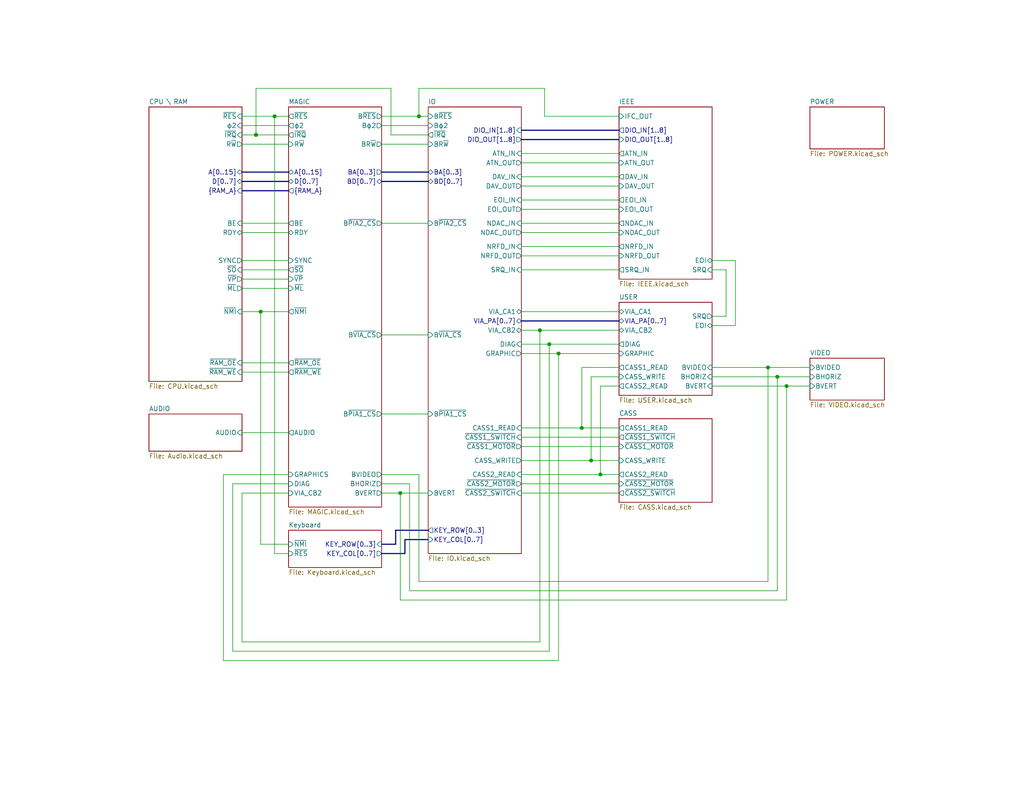
<source format=kicad_sch>
(kicad_sch (version 20211123) (generator eeschema)
  (paper "A")
  (title_block (title "CBM PET Mainboard Replacement"))
  (lib_symbols)
  (junction (at 114.3 31.75))
  (junction (at 209.55 100.33))
  (junction (at 109.22 134.62))
  (junction (at 74.93 31.75))
  (junction (at 212.09 102.87))
  (junction (at 163.83 129.54))
  (junction (at 152.4 96.52))
  (junction (at 161.29 125.73))
  (junction (at 214.63 105.41))
  (junction (at 147.32 90.17))
  (junction (at 158.75 116.84))
  (junction (at 71.12 85.09))
  (junction (at 69.85 36.83))
  (junction (at 149.86 93.98))
  (wire (pts (xy 152.4 180.34) (xy 60.96 180.34)))
  (wire (pts (xy 149.86 177.8) (xy 63.5 177.8)))
  (wire (pts (xy 158.75 116.84) (xy 168.91 116.84)))
  (wire (pts (xy 142.24 129.54) (xy 163.83 129.54)))
  (wire (pts (xy 104.14 113.03) (xy 116.84 113.03)))
  (wire (pts (xy 66.04 71.12) (xy 78.74 71.12)))
  (wire (pts (xy 66.04 34.29) (xy 78.74 34.29)))
  (wire (pts (xy 168.91 57.15) (xy 142.24 57.15)))
  (wire (pts (xy 142.24 85.09) (xy 168.91 85.09)))
  (wire (pts (xy 148.59 31.75) (xy 168.91 31.75)))
  (wire (pts (xy 142.24 41.91) (xy 168.91 41.91)))
  (wire (pts (xy 66.04 39.37) (xy 78.74 39.37)))
  (wire (pts (xy 194.31 100.33) (xy 209.55 100.33)))
  (wire (pts (xy 158.75 100.33) (xy 158.75 116.84)))
  (wire (pts (xy 147.32 90.17) (xy 147.32 175.26)))
  (wire (pts (xy 66.04 73.66) (xy 78.74 73.66)))
  (wire (pts (xy 142.24 67.31) (xy 168.91 67.31)))
  (wire (pts (xy 214.63 105.41) (xy 214.63 163.83)))
  (bus (pts (xy 104.14 49.53) (xy 116.84 49.53)))
  (wire (pts (xy 66.04 36.83) (xy 69.85 36.83)))
  (wire (pts (xy 104.14 91.44) (xy 116.84 91.44)))
  (wire (pts (xy 116.84 36.83) (xy 106.68 36.83)))
  (wire (pts (xy 142.24 134.62) (xy 168.91 134.62)))
  (bus (pts (xy 110.49 151.13) (xy 110.49 147.32)))
  (wire (pts (xy 69.85 36.83) (xy 78.74 36.83)))
  (wire (pts (xy 71.12 148.59) (xy 71.12 85.09)))
  (wire (pts (xy 194.31 105.41) (xy 214.63 105.41)))
  (wire (pts (xy 109.22 163.83) (xy 109.22 134.62)))
  (wire (pts (xy 74.93 31.75) (xy 74.93 151.13)))
  (wire (pts (xy 198.12 73.66) (xy 194.31 73.66)))
  (wire (pts (xy 142.24 93.98) (xy 149.86 93.98)))
  (wire (pts (xy 168.91 102.87) (xy 161.29 102.87)))
  (wire (pts (xy 74.93 31.75) (xy 78.74 31.75)))
  (wire (pts (xy 60.96 129.54) (xy 78.74 129.54)))
  (wire (pts (xy 63.5 132.08) (xy 78.74 132.08)))
  (wire (pts (xy 66.04 76.2) (xy 78.74 76.2)))
  (wire (pts (xy 66.04 60.96) (xy 78.74 60.96)))
  (wire (pts (xy 104.14 60.96) (xy 116.84 60.96)))
  (wire (pts (xy 198.12 86.36) (xy 198.12 73.66)))
  (wire (pts (xy 74.93 151.13) (xy 78.74 151.13)))
  (wire (pts (xy 66.04 175.26) (xy 66.04 134.62)))
  (wire (pts (xy 104.14 134.62) (xy 109.22 134.62)))
  (wire (pts (xy 200.66 88.9) (xy 194.31 88.9)))
  (wire (pts (xy 142.24 60.96) (xy 168.91 60.96)))
  (wire (pts (xy 200.66 71.12) (xy 200.66 88.9)))
  (wire (pts (xy 142.24 125.73) (xy 161.29 125.73)))
  (wire (pts (xy 209.55 100.33) (xy 220.98 100.33)))
  (wire (pts (xy 163.83 105.41) (xy 163.83 129.54)))
  (wire (pts (xy 148.59 24.13) (xy 148.59 31.75)))
  (wire (pts (xy 194.31 102.87) (xy 212.09 102.87)))
  (bus (pts (xy 142.24 87.63) (xy 168.91 87.63)))
  (bus (pts (xy 104.14 151.13) (xy 110.49 151.13)))
  (bus (pts (xy 104.14 148.59) (xy 107.95 148.59)))
  (wire (pts (xy 66.04 78.74) (xy 78.74 78.74)))
  (bus (pts (xy 107.95 144.78) (xy 116.84 144.78)))
  (wire (pts (xy 161.29 102.87) (xy 161.29 125.73)))
  (bus (pts (xy 107.95 148.59) (xy 107.95 144.78)))
  (wire (pts (xy 168.91 125.73) (xy 161.29 125.73)))
  (wire (pts (xy 63.5 177.8) (xy 63.5 132.08)))
  (wire (pts (xy 78.74 148.59) (xy 71.12 148.59)))
  (wire (pts (xy 212.09 102.87) (xy 220.98 102.87)))
  (wire (pts (xy 114.3 31.75) (xy 116.84 31.75)))
  (wire (pts (xy 163.83 129.54) (xy 168.91 129.54)))
  (wire (pts (xy 168.91 105.41) (xy 163.83 105.41)))
  (wire (pts (xy 60.96 180.34) (xy 60.96 129.54)))
  (wire (pts (xy 149.86 93.98) (xy 168.91 93.98)))
  (wire (pts (xy 66.04 31.75) (xy 74.93 31.75)))
  (bus (pts (xy 66.04 49.53) (xy 78.74 49.53)))
  (wire (pts (xy 147.32 175.26) (xy 66.04 175.26)))
  (wire (pts (xy 168.91 69.85) (xy 142.24 69.85)))
  (wire (pts (xy 214.63 105.41) (xy 220.98 105.41)))
  (wire (pts (xy 168.91 96.52) (xy 152.4 96.52)))
  (bus (pts (xy 66.04 46.99) (xy 78.74 46.99)))
  (wire (pts (xy 152.4 96.52) (xy 142.24 96.52)))
  (wire (pts (xy 114.3 24.13) (xy 148.59 24.13)))
  (wire (pts (xy 147.32 90.17) (xy 168.91 90.17)))
  (wire (pts (xy 104.14 34.29) (xy 116.84 34.29)))
  (wire (pts (xy 168.91 63.5) (xy 142.24 63.5)))
  (wire (pts (xy 168.91 119.38) (xy 142.24 119.38)))
  (wire (pts (xy 209.55 158.75) (xy 114.3 158.75)))
  (wire (pts (xy 168.91 44.45) (xy 142.24 44.45)))
  (wire (pts (xy 66.04 85.09) (xy 71.12 85.09)))
  (wire (pts (xy 66.04 101.6) (xy 78.74 101.6)))
  (wire (pts (xy 142.24 50.8) (xy 168.91 50.8)))
  (wire (pts (xy 168.91 100.33) (xy 158.75 100.33)))
  (wire (pts (xy 168.91 132.08) (xy 142.24 132.08)))
  (wire (pts (xy 66.04 63.5) (xy 78.74 63.5)))
  (wire (pts (xy 209.55 100.33) (xy 209.55 158.75)))
  (bus (pts (xy 142.24 38.1) (xy 168.91 38.1)))
  (wire (pts (xy 212.09 102.87) (xy 212.09 161.29)))
  (wire (pts (xy 114.3 129.54) (xy 104.14 129.54)))
  (wire (pts (xy 194.31 86.36) (xy 198.12 86.36)))
  (bus (pts (xy 110.49 147.32) (xy 116.84 147.32)))
  (wire (pts (xy 142.24 116.84) (xy 158.75 116.84)))
  (bus (pts (xy 142.24 35.56) (xy 168.91 35.56)))
  (wire (pts (xy 212.09 161.29) (xy 111.76 161.29)))
  (wire (pts (xy 114.3 158.75) (xy 114.3 129.54)))
  (wire (pts (xy 142.24 73.66) (xy 168.91 73.66)))
  (wire (pts (xy 104.14 132.08) (xy 111.76 132.08)))
  (wire (pts (xy 114.3 31.75) (xy 114.3 24.13)))
  (wire (pts (xy 142.24 121.92) (xy 168.91 121.92)))
  (wire (pts (xy 104.14 31.75) (xy 114.3 31.75)))
  (bus (pts (xy 66.04 52.07) (xy 78.74 52.07)))
  (wire (pts (xy 106.68 24.13) (xy 69.85 24.13)))
  (bus (pts (xy 104.14 46.99) (xy 116.84 46.99)))
  (wire (pts (xy 66.04 134.62) (xy 78.74 134.62)))
  (wire (pts (xy 142.24 90.17) (xy 147.32 90.17)))
  (wire (pts (xy 152.4 96.52) (xy 152.4 180.34)))
  (wire (pts (xy 142.24 54.61) (xy 168.91 54.61)))
  (wire (pts (xy 66.04 118.11) (xy 78.74 118.11)))
  (wire (pts (xy 111.76 161.29) (xy 111.76 132.08)))
  (wire (pts (xy 194.31 71.12) (xy 200.66 71.12)))
  (wire (pts (xy 214.63 163.83) (xy 109.22 163.83)))
  (wire (pts (xy 109.22 134.62) (xy 116.84 134.62)))
  (wire (pts (xy 104.14 39.37) (xy 116.84 39.37)))
  (wire (pts (xy 66.04 99.06) (xy 78.74 99.06)))
  (wire (pts (xy 71.12 85.09) (xy 78.74 85.09)))
  (wire (pts (xy 142.24 48.26) (xy 168.91 48.26)))
  (wire (pts (xy 149.86 93.98) (xy 149.86 177.8)))
  (wire (pts (xy 106.68 36.83) (xy 106.68 24.13)))
  (wire (pts (xy 69.85 24.13) (xy 69.85 36.83)))
  (sheet (at 40.64 29.21) (size 25.4 74.93)
    (property "Sheet name" "CPU \\ RAM" (at 40.64 28.4984 0) (effects (justify left bottom)))
    (property "Sheet file" "CPU.kicad_sch" (at 40.64 104.7246 0) (effects (justify left top)))
    (pin "SYNC" output (at 66.04 71.12 0))
    (pin "BE" input (at 66.04 60.96 0))
    (pin "RDY" bidirectional (at 66.04 63.5 0))
    (pin "~{NMI}" input (at 66.04 85.09 0))
    (pin "~{IRQ}" input (at 66.04 36.83 0))
    (pin "R~{W}" output (at 66.04 39.37 0))
    (pin "ϕ2" input (at 66.04 34.29 0))
    (pin "~{RES}" input (at 66.04 31.75 0))
    (pin "D[0..7]" bidirectional (at 66.04 49.53 0))
    (pin "~{RAM_OE}" input (at 66.04 99.06 0))
    (pin "~{RAM_WE}" input (at 66.04 101.6 0))
    (pin "~{SO}" input (at 66.04 73.66 0))
    (pin "~{VP}" output (at 66.04 76.2 0))
    (pin "~{ML}" output (at 66.04 78.74 0))
    (pin "A[0..15]" bidirectional (at 66.04 46.99 0))
    (pin "{RAM_A}" input (at 66.04 52.07 0))
  )
  (sheet (at 168.91 29.21) (size 25.4 46.99)
    (property "Sheet name" "IEEE" (at 168.91 28.4984 0) (effects (justify left bottom)))
    (property "Sheet file" "IEEE.kicad_sch" (at 168.91 76.7846 0) (effects (justify left top)))
    (pin "DAV_IN" output (at 168.91 48.26 180))
    (pin "NRFD_IN" output (at 168.91 67.31 180))
    (pin "NDAC_IN" output (at 168.91 60.96 180))
    (pin "ATN_IN" output (at 168.91 41.91 180))
    (pin "EOI_IN" output (at 168.91 54.61 180))
    (pin "SRQ_IN" output (at 168.91 73.66 180))
    (pin "DAV_OUT" input (at 168.91 50.8 180))
    (pin "NRFD_OUT" input (at 168.91 69.85 180))
    (pin "NDAC_OUT" input (at 168.91 63.5 180))
    (pin "ATN_OUT" input (at 168.91 44.45 180))
    (pin "EOI_OUT" input (at 168.91 57.15 180))
    (pin "IFC_OUT" input (at 168.91 31.75 180))
    (pin "EOI" bidirectional (at 194.31 71.12 0))
    (pin "SRQ" input (at 194.31 73.66 0))
    (pin "DIO_OUT[1..8]" input (at 168.91 38.1 180))
    (pin "DIO_IN[1..8]" output (at 168.91 35.56 180))
  )
  (sheet (at 78.74 29.21) (size 25.4 109.22)
    (property "Sheet name" "MAGIC" (at 78.74 28.4984 0) (effects (justify left bottom)))
    (property "Sheet file" "MAGIC.kicad_sch" (at 78.74 139.0146 0) (effects (justify left top)))
    (pin "R~{W}" input (at 78.74 39.37 180))
    (pin "ϕ2" output (at 78.74 34.29 180))
    (pin "~{RES}" output (at 78.74 31.75 180))
    (pin "D[0..7]" bidirectional (at 78.74 49.53 180))
    (pin "BA[0..3]" output (at 104.14 46.99 0))
    (pin "BR~{W}" output (at 104.14 39.37 0))
    (pin "Bϕ2" output (at 104.14 34.29 0))
    (pin "B~{RES}" output (at 104.14 31.75 0))
    (pin "BD[0..7]" bidirectional (at 104.14 49.53 0))
    (pin "SYNC" input (at 78.74 71.12 180))
    (pin "BE" output (at 78.74 60.96 180))
    (pin "RDY" bidirectional (at 78.74 63.5 180))
    (pin "~{NMI}" output (at 78.74 85.09 180))
    (pin "~{IRQ}" output (at 78.74 36.83 180))
    (pin "~{RAM_OE}" output (at 78.74 99.06 180))
    (pin "~{RAM_WE}" output (at 78.74 101.6 180))
    (pin "B~{VIA_CS}" output (at 104.14 91.44 0))
    (pin "B~{PIA2_CS}" output (at 104.14 60.96 0))
    (pin "B~{PIA1_CS}" output (at 104.14 113.03 0))
    (pin "BHORIZ" output (at 104.14 132.08 0))
    (pin "BVIDEO" output (at 104.14 129.54 0))
    (pin "BVERT" output (at 104.14 134.62 0))
    (pin "AUDIO" output (at 78.74 118.11 180))
    (pin "GRAPHICS" input (at 78.74 129.54 180))
    (pin "VIA_CB2" input (at 78.74 134.62 180))
    (pin "DIAG" input (at 78.74 132.08 180))
    (pin "~{SO}" output (at 78.74 73.66 180))
    (pin "~{ML}" input (at 78.74 78.74 180))
    (pin "~{VP}" input (at 78.74 76.2 180))
    (pin "A[0..15]" bidirectional (at 78.74 46.99 180))
    (pin "{RAM_A}" output (at 78.74 52.07 180))
  )
  (sheet (at 78.74 144.78) (size 25.4 10.16)
    (property "Sheet name" "Keyboard" (at 78.74 144.0684 0) (effects (justify left bottom)))
    (property "Sheet file" "Keyboard.kicad_sch" (at 78.74 155.5246 0) (effects (justify left top)))
    (pin "KEY_ROW[0..3]" input (at 104.14 148.59 0))
    (pin "KEY_COL[0..7]" output (at 104.14 151.13 0))
    (pin "~{NMI}" input (at 78.74 148.59 180))
    (pin "~{RES}" input (at 78.74 151.13 180))
  )
  (sheet (at 168.91 82.55) (size 25.4 25.4)
    (property "Sheet name" "USER" (at 168.91 81.8384 0) (effects (justify left bottom)))
    (property "Sheet file" "USER.kicad_sch" (at 168.91 108.5346 0) (effects (justify left top)))
    (pin "VIA_CA1" bidirectional (at 168.91 85.09 180))
    (pin "VIA_PA[0..7]" bidirectional (at 168.91 87.63 180))
    (pin "SRQ" output (at 194.31 86.36 0))
    (pin "BVIDEO" input (at 194.31 100.33 0))
    (pin "CASS_WRITE" input (at 168.91 102.87 180))
    (pin "DIAG" output (at 168.91 93.98 180))
    (pin "GRAPHIC" input (at 168.91 96.52 180))
    (pin "VIA_CB2" bidirectional (at 168.91 90.17 180))
    (pin "CASS1_READ" output (at 168.91 100.33 180))
    (pin "CASS2_READ" output (at 168.91 105.41 180))
    (pin "EOI" bidirectional (at 194.31 88.9 0))
    (pin "BVERT" input (at 194.31 105.41 0))
    (pin "BHORIZ" input (at 194.31 102.87 0))
  )
  (sheet (at 116.84 29.21) (size 25.4 121.92)
    (property "Sheet name" "IO" (at 116.84 28.4984 0) (effects (justify left bottom)))
    (property "Sheet file" "IO.kicad_sch" (at 116.84 151.7146 0) (effects (justify left top)))
    (pin "ATN_IN" input (at 142.24 41.91 0))
    (pin "NDAC_OUT" output (at 142.24 63.5 0))
    (pin "SRQ_IN" input (at 142.24 73.66 0))
    (pin "DAV_OUT" output (at 142.24 50.8 0))
    (pin "NDAC_IN" input (at 142.24 60.96 0))
    (pin "NRFD_OUT" output (at 142.24 69.85 0))
    (pin "ATN_OUT" output (at 142.24 44.45 0))
    (pin "NRFD_IN" input (at 142.24 67.31 0))
    (pin "DAV_IN" input (at 142.24 48.26 0))
    (pin "EOI_IN" input (at 142.24 54.61 0))
    (pin "EOI_OUT" output (at 142.24 57.15 0))
    (pin "~{IRQ}" output (at 116.84 36.83 180))
    (pin "KEY_ROW[0..3]" output (at 116.84 144.78 180))
    (pin "KEY_COL[0..7]" input (at 116.84 147.32 180))
    (pin "CASS1_READ" input (at 142.24 116.84 0))
    (pin "DIAG" input (at 142.24 93.98 0))
    (pin "VIA_PA[0..7]" bidirectional (at 142.24 87.63 0))
    (pin "GRAPHIC" output (at 142.24 96.52 0))
    (pin "VIA_CA1" bidirectional (at 142.24 85.09 0))
    (pin "CASS_WRITE" output (at 142.24 125.73 0))
    (pin "CASS2_READ" input (at 142.24 129.54 0))
    (pin "VIA_CB2" bidirectional (at 142.24 90.17 0))
    (pin "DIO_OUT[1..8]" output (at 142.24 38.1 0))
    (pin "DIO_IN[1..8]" input (at 142.24 35.56 0))
    (pin "BD[0..7]" bidirectional (at 116.84 49.53 180))
    (pin "BA[0..3]" bidirectional (at 116.84 46.99 180))
    (pin "B~{VIA_CS}" input (at 116.84 91.44 180))
    (pin "BR~{W}" input (at 116.84 39.37 180))
    (pin "Bϕ2" input (at 116.84 34.29 180))
    (pin "B~{RES}" input (at 116.84 31.75 180))
    (pin "B~{PIA1_CS}" input (at 116.84 113.03 180))
    (pin "B~{PIA2_CS}" input (at 116.84 60.96 180))
    (pin "~{CASS1_MOTOR}" output (at 142.24 121.92 0))
    (pin "~{CASS1_SWITCH}" input (at 142.24 119.38 0))
    (pin "~{CASS2_SWITCH}" input (at 142.24 134.62 0))
    (pin "~{CASS2_MOTOR}" output (at 142.24 132.08 0))
    (pin "BVERT" input (at 116.84 134.62 180))
  )
  (sheet (at 168.91 114.3) (size 25.4 22.86)
    (property "Sheet name" "CASS" (at 168.91 113.5884 0) (effects (justify left bottom)))
    (property "Sheet file" "CASS.kicad_sch" (at 168.91 137.7446 0) (effects (justify left top)))
    (pin "CASS_WRITE" input (at 168.91 125.73 180))
    (pin "CASS2_READ" output (at 168.91 129.54 180))
    (pin "CASS1_READ" output (at 168.91 116.84 180))
    (pin "~{CASS2_MOTOR}" input (at 168.91 132.08 180))
    (pin "~{CASS2_SWITCH}" output (at 168.91 134.62 180))
    (pin "~{CASS1_MOTOR}" input (at 168.91 121.92 180))
    (pin "~{CASS1_SWITCH}" output (at 168.91 119.38 180))
  )
  (sheet (at 220.98 29.21) (size 20.32 11.43)
    (property "Sheet name" "POWER" (at 220.98 28.4984 0) (effects (justify left bottom)))
    (property "Sheet file" "POWER.kicad_sch" (at 220.98 41.2246 0) (effects (justify left top)))
  )
  (sheet (at 220.98 97.79) (size 20.32 11.43) (stroke (width 0.1524))
    (property "Sheet name" "VIDEO" (at 220.98 97.0784 0) (effects (justify left bottom)))
    (property "Sheet file" "VIDEO.kicad_sch" (at 220.98 109.8046 0) (effects (justify left top)))
    (pin "BVERT" input (at 220.98 105.41 180))
    (pin "BVIDEO" input (at 220.98 100.33 180))
    (pin "BHORIZ" input (at 220.98 102.87 180))
  )
  (sheet (at 40.64 113.03) (size 25.4 10.16) (stroke (width 0.1524))
    (property "Sheet name" "AUDIO" (at 40.64 112.3184 0) (effects (justify left bottom)))
    (property "Sheet file" "Audio.kicad_sch" (at 40.64 123.7746 0) (effects (justify left top)))
    (pin "AUDIO" input (at 66.04 118.11 0))
  )
)
</source>
